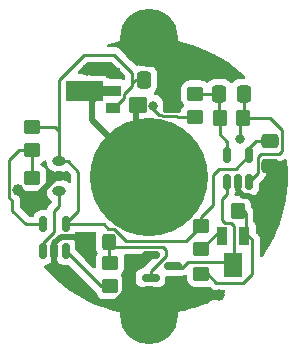
<source format=gbl>
%TF.GenerationSoftware,KiCad,Pcbnew,(6.0.1)*%
%TF.CreationDate,2024-02-25T12:41:37+01:00*%
%TF.ProjectId,Lin1,4c696e31-2e6b-4696-9361-645f70636258,rev?*%
%TF.SameCoordinates,Original*%
%TF.FileFunction,Copper,L2,Bot*%
%TF.FilePolarity,Positive*%
%FSLAX46Y46*%
G04 Gerber Fmt 4.6, Leading zero omitted, Abs format (unit mm)*
G04 Created by KiCad (PCBNEW (6.0.1)) date 2024-02-25 12:41:37*
%MOMM*%
%LPD*%
G01*
G04 APERTURE LIST*
G04 Aperture macros list*
%AMRoundRect*
0 Rectangle with rounded corners*
0 $1 Rounding radius*
0 $2 $3 $4 $5 $6 $7 $8 $9 X,Y pos of 4 corners*
0 Add a 4 corners polygon primitive as box body*
4,1,4,$2,$3,$4,$5,$6,$7,$8,$9,$2,$3,0*
0 Add four circle primitives for the rounded corners*
1,1,$1+$1,$2,$3*
1,1,$1+$1,$4,$5*
1,1,$1+$1,$6,$7*
1,1,$1+$1,$8,$9*
0 Add four rect primitives between the rounded corners*
20,1,$1+$1,$2,$3,$4,$5,0*
20,1,$1+$1,$4,$5,$6,$7,0*
20,1,$1+$1,$6,$7,$8,$9,0*
20,1,$1+$1,$8,$9,$2,$3,0*%
%AMFreePoly0*
4,1,9,3.862500,-0.866500,0.737500,-0.866500,0.737500,-0.450000,-0.737500,-0.450000,-0.737500,0.450000,0.737500,0.450000,0.737500,0.866500,3.862500,0.866500,3.862500,-0.866500,3.862500,-0.866500,$1*%
G04 Aperture macros list end*
%TA.AperFunction,ComponentPad*%
%ADD10C,4.940000*%
%TD*%
%TA.AperFunction,SMDPad,CuDef*%
%ADD11RoundRect,0.250000X-0.537500X-0.425000X0.537500X-0.425000X0.537500X0.425000X-0.537500X0.425000X0*%
%TD*%
%TA.AperFunction,SMDPad,CuDef*%
%ADD12RoundRect,0.250000X0.450000X-0.350000X0.450000X0.350000X-0.450000X0.350000X-0.450000X-0.350000X0*%
%TD*%
%TA.AperFunction,SMDPad,CuDef*%
%ADD13RoundRect,0.250000X0.325000X0.450000X-0.325000X0.450000X-0.325000X-0.450000X0.325000X-0.450000X0*%
%TD*%
%TA.AperFunction,SMDPad,CuDef*%
%ADD14C,10.000000*%
%TD*%
%TA.AperFunction,SMDPad,CuDef*%
%ADD15RoundRect,0.250000X-0.450000X0.350000X-0.450000X-0.350000X0.450000X-0.350000X0.450000X0.350000X0*%
%TD*%
%TA.AperFunction,ComponentPad*%
%ADD16O,1.143000X0.857250*%
%TD*%
%TA.AperFunction,SMDPad,CuDef*%
%ADD17RoundRect,0.150000X-0.587500X-0.150000X0.587500X-0.150000X0.587500X0.150000X-0.587500X0.150000X0*%
%TD*%
%TA.AperFunction,SMDPad,CuDef*%
%ADD18RoundRect,0.250000X-0.350000X-0.450000X0.350000X-0.450000X0.350000X0.450000X-0.350000X0.450000X0*%
%TD*%
%TA.AperFunction,SMDPad,CuDef*%
%ADD19RoundRect,0.250000X0.475000X-0.337500X0.475000X0.337500X-0.475000X0.337500X-0.475000X-0.337500X0*%
%TD*%
%TA.AperFunction,SMDPad,CuDef*%
%ADD20RoundRect,0.150000X0.150000X-0.512500X0.150000X0.512500X-0.150000X0.512500X-0.150000X-0.512500X0*%
%TD*%
%TA.AperFunction,SMDPad,CuDef*%
%ADD21RoundRect,0.250000X0.337500X0.475000X-0.337500X0.475000X-0.337500X-0.475000X0.337500X-0.475000X0*%
%TD*%
%TA.AperFunction,SMDPad,CuDef*%
%ADD22R,1.300000X0.900000*%
%TD*%
%TA.AperFunction,SMDPad,CuDef*%
%ADD23FreePoly0,180.000000*%
%TD*%
%TA.AperFunction,SMDPad,CuDef*%
%ADD24RoundRect,0.250000X-0.337500X-0.475000X0.337500X-0.475000X0.337500X0.475000X-0.337500X0.475000X0*%
%TD*%
%TA.AperFunction,SMDPad,CuDef*%
%ADD25RoundRect,0.250000X0.350000X0.450000X-0.350000X0.450000X-0.350000X-0.450000X0.350000X-0.450000X0*%
%TD*%
%TA.AperFunction,SMDPad,CuDef*%
%ADD26R,0.939800X1.549400*%
%TD*%
%TA.AperFunction,SMDPad,CuDef*%
%ADD27R,1.498600X2.133600*%
%TD*%
%TA.AperFunction,ViaPad*%
%ADD28C,1.000000*%
%TD*%
%TA.AperFunction,ViaPad*%
%ADD29C,0.800000*%
%TD*%
%TA.AperFunction,Conductor*%
%ADD30C,0.500000*%
%TD*%
%TA.AperFunction,Conductor*%
%ADD31C,0.250000*%
%TD*%
G04 APERTURE END LIST*
D10*
X150000000Y-111750000D03*
X150000000Y-88250000D03*
D11*
X149025000Y-93900000D03*
X151900000Y-93900000D03*
D12*
X146700000Y-109300000D03*
X146700000Y-107300000D03*
D13*
X146567000Y-105500000D03*
X144517000Y-105500000D03*
D14*
X150000000Y-100000000D03*
D15*
X140100000Y-95774000D03*
X140100000Y-97774000D03*
D16*
X142400000Y-98700000D03*
X142400000Y-99970000D03*
X142400000Y-101240000D03*
D15*
X154432000Y-104156000D03*
X154432000Y-106156000D03*
D17*
X150125000Y-108550000D03*
X150125000Y-106650000D03*
X152000000Y-107600000D03*
D18*
X157496000Y-102870000D03*
X159496000Y-102870000D03*
D19*
X160274000Y-99081500D03*
X160274000Y-97006500D03*
D20*
X158496000Y-100451500D03*
X157546000Y-100451500D03*
X156596000Y-100451500D03*
X156596000Y-98176500D03*
X158496000Y-98176500D03*
X142936000Y-106293500D03*
X141986000Y-106293500D03*
X141036000Y-106293500D03*
X141036000Y-104018500D03*
X142936000Y-104018500D03*
D21*
X158009500Y-92964000D03*
X155934500Y-92964000D03*
D22*
X146938000Y-91210000D03*
D23*
X146850500Y-92710000D03*
D22*
X146938000Y-94210000D03*
D15*
X154432000Y-108220000D03*
X154432000Y-110220000D03*
D24*
X149584500Y-91800000D03*
X151659500Y-91800000D03*
D25*
X157972000Y-94996000D03*
X155972000Y-94996000D03*
D26*
X156150000Y-104995700D03*
D27*
X157100000Y-107472200D03*
D26*
X158050000Y-104995700D03*
D15*
X153924000Y-92964000D03*
X153924000Y-94964000D03*
X140100000Y-100092000D03*
X140100000Y-102092000D03*
D28*
X155956000Y-109982000D03*
X138938000Y-101092000D03*
X144780000Y-90932000D03*
X154178000Y-90170000D03*
X143100000Y-108300000D03*
X160600000Y-100700000D03*
X150047000Y-104444000D03*
D29*
X150368000Y-93980000D03*
X157734000Y-96774000D03*
D30*
X157546000Y-101158000D02*
X157546000Y-100451500D01*
X144117000Y-105100000D02*
X144517000Y-105500000D01*
X152548000Y-91800000D02*
X154178000Y-90170000D01*
X141986000Y-107586000D02*
X142700000Y-108300000D01*
X138938000Y-101092000D02*
X139100000Y-101092000D01*
X154432000Y-110220000D02*
X155718000Y-110220000D01*
X150125000Y-106750000D02*
X149450000Y-106750000D01*
X159496000Y-102600000D02*
X158496000Y-101600000D01*
X151659500Y-91440000D02*
X151659500Y-93580000D01*
X154432000Y-110220000D02*
X152030000Y-110220000D01*
X152030000Y-110220000D02*
X150000000Y-112250000D01*
X142700000Y-108300000D02*
X143100000Y-108300000D01*
X160600000Y-100700000D02*
X160600000Y-100656000D01*
X157988000Y-101600000D02*
X157546000Y-101158000D01*
X160274000Y-100330000D02*
X160274000Y-99081500D01*
X160274000Y-101838000D02*
X159496000Y-102616000D01*
X150000000Y-112250000D02*
X150000000Y-111800000D01*
X141986000Y-106293500D02*
X141986000Y-105614000D01*
X159496000Y-102870000D02*
X159496000Y-102600000D01*
X151659500Y-93580000D02*
X151805500Y-93726000D01*
X141986000Y-105614000D02*
X142500000Y-105100000D01*
X148000000Y-109800000D02*
X147200000Y-110600000D01*
X141986000Y-106293500D02*
X141986000Y-107586000D01*
X144780000Y-90932000D02*
X145058000Y-91210000D01*
X145400000Y-110600000D02*
X143142000Y-108342000D01*
X158496000Y-101600000D02*
X157988000Y-101600000D01*
X149450000Y-106750000D02*
X148000000Y-108200000D01*
X139100000Y-101092000D02*
X140100000Y-102092000D01*
X148000000Y-108200000D02*
X148000000Y-109800000D01*
X142400000Y-99970000D02*
X142076000Y-99970000D01*
X142500000Y-105100000D02*
X144117000Y-105100000D01*
X145058000Y-91210000D02*
X146938000Y-91210000D01*
X142222000Y-99970000D02*
X140100000Y-102092000D01*
X160600000Y-100656000D02*
X160274000Y-100330000D01*
X142400000Y-99970000D02*
X142222000Y-99970000D01*
X151659500Y-91800000D02*
X152548000Y-91800000D01*
X147200000Y-110600000D02*
X145400000Y-110600000D01*
X160274000Y-99081500D02*
X160274000Y-101838000D01*
X150000000Y-111800000D02*
X148000000Y-109800000D01*
X155718000Y-110220000D02*
X155956000Y-109982000D01*
X146850500Y-92710000D02*
X146090000Y-92710000D01*
X148930500Y-98930500D02*
X150000000Y-100000000D01*
X145200000Y-95200000D02*
X150000000Y-100000000D01*
X148930500Y-93726000D02*
X148930500Y-98930500D01*
X145200000Y-93600000D02*
X145200000Y-95200000D01*
X146090000Y-92710000D02*
X145200000Y-93600000D01*
D31*
X150876000Y-94742000D02*
X151042000Y-94742000D01*
X151042000Y-94742000D02*
X151150000Y-94850000D01*
X151150000Y-94850000D02*
X152318000Y-94850000D01*
X150368000Y-94234000D02*
X150876000Y-94742000D01*
X152318000Y-94850000D02*
X152432000Y-94964000D01*
X152432000Y-94964000D02*
X153924000Y-94964000D01*
X159025500Y-97006500D02*
X158496000Y-97536000D01*
X147066000Y-104394000D02*
X147828000Y-105156000D01*
X148590000Y-91186000D02*
X147066000Y-89662000D01*
X153162000Y-105410000D02*
X148082000Y-105410000D01*
X142400000Y-96172000D02*
X142400000Y-91788000D01*
X142002000Y-95774000D02*
X142400000Y-96172000D01*
X147900000Y-93000000D02*
X147900000Y-93300000D01*
X146558000Y-104394000D02*
X147066000Y-104394000D01*
X154432000Y-104156000D02*
X154416000Y-104156000D01*
X146990000Y-94210000D02*
X146938000Y-94210000D01*
X146182500Y-104018500D02*
X146558000Y-104394000D01*
X155956000Y-99314000D02*
X155448000Y-99822000D01*
X147900000Y-93300000D02*
X146990000Y-94210000D01*
X148900000Y-91800000D02*
X148590000Y-92110000D01*
X154432000Y-103378000D02*
X154432000Y-104156000D01*
X147066000Y-89662000D02*
X144526000Y-89662000D01*
X149584500Y-91800000D02*
X148900000Y-91800000D01*
X140100000Y-95774000D02*
X142002000Y-95774000D01*
X158496000Y-97536000D02*
X158496000Y-98176500D01*
X142400000Y-96172000D02*
X142400000Y-98700000D01*
X160274000Y-97006500D02*
X159025500Y-97006500D01*
X155448000Y-102362000D02*
X154432000Y-103378000D01*
X155448000Y-99822000D02*
X155448000Y-102362000D01*
X144018000Y-102870000D02*
X144018000Y-99568000D01*
X148590000Y-92110000D02*
X148590000Y-92310000D01*
X144018000Y-99568000D02*
X143150000Y-98700000D01*
X154416000Y-104156000D02*
X153162000Y-105410000D01*
X143150000Y-98700000D02*
X142400000Y-98700000D01*
X144526000Y-89662000D02*
X142494000Y-91694000D01*
X142936000Y-104018500D02*
X146182500Y-104018500D01*
X148082000Y-105410000D02*
X147828000Y-105156000D01*
X142936000Y-104018500D02*
X142936000Y-103952000D01*
X148590000Y-92310000D02*
X147900000Y-93000000D01*
X142400000Y-91788000D02*
X142494000Y-91694000D01*
X142936000Y-103952000D02*
X144018000Y-102870000D01*
X148590000Y-91186000D02*
X148590000Y-92110000D01*
X158496000Y-98176500D02*
X157358500Y-99314000D01*
X157358500Y-99314000D02*
X155956000Y-99314000D01*
X156210000Y-101854000D02*
X156210000Y-103632000D01*
X152800000Y-107700000D02*
X153300000Y-107200000D01*
X156972000Y-103886000D02*
X157226000Y-104140000D01*
X156596000Y-100451500D02*
X156596000Y-101468000D01*
X157226000Y-104140000D02*
X157226000Y-107472200D01*
X156596000Y-101468000D02*
X156210000Y-101854000D01*
X153300000Y-107200000D02*
X156827800Y-107200000D01*
X156827800Y-107200000D02*
X157100000Y-107472200D01*
X156210000Y-103632000D02*
X156464000Y-103886000D01*
X152000000Y-107700000D02*
X152800000Y-107700000D01*
X156464000Y-103886000D02*
X156972000Y-103886000D01*
X159258000Y-99689500D02*
X158496000Y-100451500D01*
X159512000Y-98044000D02*
X159258000Y-98298000D01*
X159258000Y-98298000D02*
X159258000Y-99689500D01*
X157972000Y-94996000D02*
X157734000Y-95234000D01*
X160274000Y-94996000D02*
X161290000Y-96012000D01*
X161290000Y-97790000D02*
X161036000Y-98044000D01*
X158009500Y-92964000D02*
X158009500Y-94958500D01*
X157972000Y-94996000D02*
X160274000Y-94996000D01*
X161036000Y-98044000D02*
X159512000Y-98044000D01*
X157734000Y-95234000D02*
X157734000Y-96774000D01*
X161290000Y-96012000D02*
X161290000Y-97790000D01*
X155934500Y-94958500D02*
X155972000Y-94996000D01*
X155934500Y-92964000D02*
X155934500Y-94958500D01*
X156596000Y-97039000D02*
X156596000Y-98176500D01*
X155972000Y-96415000D02*
X156596000Y-97039000D01*
X155934500Y-92964000D02*
X153924000Y-92964000D01*
X155972000Y-94996000D02*
X155972000Y-96415000D01*
X138100000Y-98628000D02*
X138954000Y-97774000D01*
X138954000Y-97774000D02*
X140100000Y-97774000D01*
X138430000Y-102870000D02*
X138430000Y-102030000D01*
X138430000Y-102030000D02*
X138100000Y-101700000D01*
X141036000Y-104018500D02*
X139578500Y-104018500D01*
X140100000Y-100092000D02*
X140100000Y-97774000D01*
X139578500Y-104018500D02*
X138430000Y-102870000D01*
X138100000Y-101700000D02*
X138100000Y-98628000D01*
X147017000Y-105950000D02*
X151150000Y-105950000D01*
X151400000Y-106750000D02*
X150125000Y-108025000D01*
X146567000Y-105500000D02*
X147017000Y-105950000D01*
X146567000Y-107167000D02*
X146700000Y-107300000D01*
X151150000Y-105950000D02*
X151400000Y-106200000D01*
X146567000Y-105500000D02*
X146567000Y-107167000D01*
X151400000Y-106200000D02*
X151400000Y-106750000D01*
X150125000Y-108025000D02*
X150125000Y-108650000D01*
X157988000Y-108966000D02*
X158750000Y-108204000D01*
X155702000Y-108966000D02*
X157988000Y-108966000D01*
X158750000Y-105361700D02*
X158176000Y-104787700D01*
X158750000Y-108204000D02*
X158750000Y-105361700D01*
X157496000Y-102362000D02*
X158176000Y-103042000D01*
X158176000Y-103042000D02*
X158176000Y-104787700D01*
X154956000Y-108220000D02*
X155702000Y-108966000D01*
X158176000Y-104968000D02*
X158176000Y-104787700D01*
X154432000Y-108220000D02*
X154956000Y-108220000D01*
X141986000Y-102870000D02*
X141986000Y-104648000D01*
X141036000Y-105598000D02*
X141036000Y-106293500D01*
X141986000Y-104648000D02*
X141036000Y-105598000D01*
X142400000Y-102456000D02*
X141986000Y-102870000D01*
X142400000Y-101240000D02*
X142400000Y-102456000D01*
X156276000Y-104787700D02*
X155800300Y-104787700D01*
X155800300Y-104787700D02*
X154432000Y-106156000D01*
X145942500Y-109300000D02*
X146700000Y-109300000D01*
X142936000Y-106293500D02*
X145942500Y-109300000D01*
%TA.AperFunction,Conductor*%
G36*
X142045855Y-105588216D02*
G01*
X142102691Y-105630763D01*
X142127502Y-105697283D01*
X142127726Y-105711216D01*
X142127694Y-105712035D01*
X142127500Y-105714498D01*
X142127500Y-106872502D01*
X142127693Y-106874950D01*
X142127693Y-106874958D01*
X142129890Y-106902866D01*
X142130438Y-106909831D01*
X142176855Y-107069601D01*
X142180892Y-107076427D01*
X142257509Y-107205980D01*
X142257511Y-107205983D01*
X142261547Y-107212807D01*
X142379193Y-107330453D01*
X142386017Y-107334489D01*
X142386020Y-107334491D01*
X142493589Y-107398107D01*
X142522399Y-107415145D01*
X142530010Y-107417356D01*
X142530012Y-107417357D01*
X142582231Y-107432528D01*
X142682169Y-107461562D01*
X142688574Y-107462066D01*
X142688579Y-107462067D01*
X142717042Y-107464307D01*
X142717050Y-107464307D01*
X142719498Y-107464500D01*
X143152502Y-107464500D01*
X143153868Y-107464392D01*
X143222573Y-107481668D01*
X143247759Y-107501163D01*
X145438848Y-109692253D01*
X145446386Y-109700536D01*
X145450500Y-109707018D01*
X145456280Y-109712445D01*
X145456281Y-109712447D01*
X145462458Y-109718247D01*
X145498424Y-109779459D01*
X145501533Y-109797097D01*
X145502474Y-109806166D01*
X145558450Y-109973946D01*
X145651522Y-110124348D01*
X145776697Y-110249305D01*
X145782927Y-110253145D01*
X145782928Y-110253146D01*
X145920090Y-110337694D01*
X145927262Y-110342115D01*
X145991962Y-110363575D01*
X146088611Y-110395632D01*
X146088613Y-110395632D01*
X146095139Y-110397797D01*
X146101975Y-110398497D01*
X146101978Y-110398498D01*
X146145031Y-110402909D01*
X146199600Y-110408500D01*
X147200400Y-110408500D01*
X147203646Y-110408163D01*
X147203650Y-110408163D01*
X147299308Y-110398238D01*
X147299312Y-110398237D01*
X147306166Y-110397526D01*
X147312702Y-110395345D01*
X147312704Y-110395345D01*
X147444806Y-110351272D01*
X147473946Y-110341550D01*
X147624348Y-110248478D01*
X147749305Y-110123303D01*
X147842115Y-109972738D01*
X147897797Y-109804861D01*
X147898593Y-109797097D01*
X147906671Y-109718247D01*
X147908500Y-109700400D01*
X147908500Y-108899600D01*
X147908163Y-108896350D01*
X147898238Y-108800692D01*
X147898237Y-108800688D01*
X147897526Y-108793834D01*
X147888408Y-108766502D01*
X147843868Y-108633002D01*
X147841550Y-108626054D01*
X147748478Y-108475652D01*
X147661891Y-108389216D01*
X147627812Y-108326934D01*
X147632815Y-108256114D01*
X147661736Y-108211025D01*
X147744134Y-108128483D01*
X147749305Y-108123303D01*
X147766822Y-108094886D01*
X147838275Y-107978968D01*
X147838276Y-107978966D01*
X147842115Y-107972738D01*
X147897797Y-107804861D01*
X147898819Y-107794892D01*
X147904647Y-107738001D01*
X147908500Y-107700400D01*
X147908500Y-106899600D01*
X147905943Y-106874958D01*
X147898238Y-106800692D01*
X147898237Y-106800688D01*
X147897526Y-106793834D01*
X147895345Y-106787297D01*
X147895344Y-106787292D01*
X147882694Y-106749375D01*
X147880110Y-106678426D01*
X147916294Y-106617342D01*
X147979759Y-106585518D01*
X148002218Y-106583500D01*
X150366405Y-106583500D01*
X150434526Y-106603502D01*
X150481019Y-106657158D01*
X150491123Y-106727432D01*
X150461629Y-106792012D01*
X150455500Y-106798595D01*
X149732747Y-107521348D01*
X149724461Y-107528888D01*
X149717982Y-107533000D01*
X149712557Y-107538777D01*
X149671357Y-107582651D01*
X149668602Y-107585493D01*
X149648865Y-107605230D01*
X149646385Y-107608427D01*
X149638682Y-107617447D01*
X149608414Y-107649679D01*
X149604595Y-107656625D01*
X149604593Y-107656628D01*
X149598652Y-107667434D01*
X149587802Y-107683951D01*
X149581000Y-107692721D01*
X149523446Y-107734291D01*
X149481437Y-107741500D01*
X149470998Y-107741500D01*
X149468550Y-107741693D01*
X149468542Y-107741693D01*
X149440079Y-107743933D01*
X149440074Y-107743934D01*
X149433669Y-107744438D01*
X149367988Y-107763520D01*
X149281512Y-107788643D01*
X149281510Y-107788644D01*
X149273899Y-107790855D01*
X149267072Y-107794892D01*
X149267073Y-107794892D01*
X149137520Y-107871509D01*
X149137517Y-107871511D01*
X149130693Y-107875547D01*
X149013047Y-107993193D01*
X149009011Y-108000017D01*
X149009009Y-108000020D01*
X149003938Y-108008595D01*
X148928355Y-108136399D01*
X148881938Y-108296169D01*
X148881434Y-108302574D01*
X148881433Y-108302579D01*
X148879193Y-108331042D01*
X148879000Y-108333498D01*
X148879000Y-108766502D01*
X148879193Y-108768950D01*
X148879193Y-108768958D01*
X148880637Y-108787296D01*
X148881938Y-108803831D01*
X148928355Y-108963601D01*
X148932392Y-108970427D01*
X149009009Y-109099980D01*
X149009011Y-109099983D01*
X149013047Y-109106807D01*
X149130693Y-109224453D01*
X149137517Y-109228489D01*
X149137520Y-109228491D01*
X149245089Y-109292107D01*
X149273899Y-109309145D01*
X149281510Y-109311356D01*
X149281512Y-109311357D01*
X149333731Y-109326528D01*
X149433669Y-109355562D01*
X149440074Y-109356066D01*
X149440079Y-109356067D01*
X149468542Y-109358307D01*
X149468550Y-109358307D01*
X149470998Y-109358500D01*
X150779002Y-109358500D01*
X150781450Y-109358307D01*
X150781458Y-109358307D01*
X150809921Y-109356067D01*
X150809926Y-109356066D01*
X150816331Y-109355562D01*
X150916269Y-109326528D01*
X150968488Y-109311357D01*
X150968490Y-109311356D01*
X150976101Y-109309145D01*
X151004911Y-109292107D01*
X151112480Y-109228491D01*
X151112483Y-109228489D01*
X151119307Y-109224453D01*
X151236953Y-109106807D01*
X151240989Y-109099983D01*
X151240991Y-109099980D01*
X151317608Y-108970427D01*
X151321645Y-108963601D01*
X151368062Y-108803831D01*
X151369364Y-108787296D01*
X151370807Y-108768958D01*
X151370807Y-108768950D01*
X151371000Y-108766502D01*
X151371000Y-108534500D01*
X151391002Y-108466379D01*
X151444658Y-108419886D01*
X151497000Y-108408500D01*
X152654002Y-108408500D01*
X152656450Y-108408307D01*
X152656458Y-108408307D01*
X152684921Y-108406067D01*
X152684926Y-108406066D01*
X152691331Y-108405562D01*
X152791269Y-108376528D01*
X152843488Y-108361357D01*
X152843490Y-108361356D01*
X152851101Y-108359145D01*
X152884920Y-108339144D01*
X152913906Y-108326601D01*
X152919348Y-108325020D01*
X152938700Y-108321013D01*
X152950930Y-108319468D01*
X152950931Y-108319468D01*
X152958797Y-108318474D01*
X152966168Y-108315555D01*
X152966170Y-108315555D01*
X152999912Y-108302196D01*
X153011142Y-108298351D01*
X153045979Y-108288230D01*
X153053592Y-108286018D01*
X153053821Y-108286805D01*
X153117917Y-108278891D01*
X153181896Y-108309667D01*
X153219080Y-108370147D01*
X153223500Y-108403226D01*
X153223500Y-108620400D01*
X153223837Y-108623646D01*
X153223837Y-108623650D01*
X153224808Y-108633002D01*
X153234474Y-108726166D01*
X153236655Y-108732702D01*
X153236655Y-108732704D01*
X153272508Y-108840167D01*
X153290450Y-108893946D01*
X153383522Y-109044348D01*
X153508697Y-109169305D01*
X153514927Y-109173145D01*
X153514928Y-109173146D01*
X153589064Y-109218844D01*
X153659262Y-109262115D01*
X153710157Y-109278996D01*
X153820611Y-109315632D01*
X153820613Y-109315632D01*
X153827139Y-109317797D01*
X153833975Y-109318497D01*
X153833978Y-109318498D01*
X153877031Y-109322909D01*
X153931600Y-109328500D01*
X154932400Y-109328500D01*
X154935646Y-109328163D01*
X154935650Y-109328163D01*
X154965583Y-109325057D01*
X155038166Y-109317526D01*
X155053845Y-109312295D01*
X155124791Y-109309707D01*
X155182818Y-109342722D01*
X155198343Y-109358247D01*
X155205887Y-109366537D01*
X155210000Y-109373018D01*
X155215777Y-109378443D01*
X155259667Y-109419658D01*
X155262509Y-109422413D01*
X155282230Y-109442134D01*
X155285425Y-109444612D01*
X155294447Y-109452318D01*
X155326679Y-109482586D01*
X155333628Y-109486406D01*
X155344432Y-109492346D01*
X155360956Y-109503199D01*
X155376959Y-109515613D01*
X155417543Y-109533176D01*
X155428173Y-109538383D01*
X155466940Y-109559695D01*
X155474617Y-109561666D01*
X155474622Y-109561668D01*
X155486558Y-109564732D01*
X155505266Y-109571137D01*
X155523855Y-109579181D01*
X155531683Y-109580421D01*
X155531690Y-109580423D01*
X155567524Y-109586099D01*
X155579144Y-109588505D01*
X155614289Y-109597528D01*
X155621970Y-109599500D01*
X155642224Y-109599500D01*
X155661934Y-109601051D01*
X155681943Y-109604220D01*
X155689835Y-109603474D01*
X155725961Y-109600059D01*
X155737819Y-109599500D01*
X156343280Y-109599500D01*
X156411401Y-109619502D01*
X156457894Y-109673158D01*
X156467998Y-109743432D01*
X156438504Y-109808012D01*
X156411750Y-109831273D01*
X156100579Y-110032702D01*
X156094469Y-110036415D01*
X155952799Y-110117072D01*
X155519827Y-110363575D01*
X155513496Y-110366944D01*
X155229052Y-110508095D01*
X154921188Y-110660867D01*
X154914693Y-110663863D01*
X154306598Y-110923617D01*
X154299953Y-110926234D01*
X154105455Y-110996520D01*
X153678076Y-111150961D01*
X153671264Y-111153206D01*
X153354434Y-111247696D01*
X153037596Y-111342187D01*
X153030683Y-111344036D01*
X152787310Y-111401766D01*
X152427634Y-111487083D01*
X152404851Y-111490327D01*
X152397876Y-111490676D01*
X152397868Y-111490678D01*
X152388905Y-111491126D01*
X152366447Y-111498930D01*
X152347683Y-111503868D01*
X152333132Y-111506519D01*
X152333128Y-111506520D01*
X152324305Y-111508128D01*
X152316286Y-111512148D01*
X152316283Y-111512149D01*
X152296219Y-111522207D01*
X152281117Y-111528585D01*
X152259930Y-111535948D01*
X152259928Y-111535949D01*
X152251454Y-111538894D01*
X152244144Y-111544101D01*
X152232106Y-111552676D01*
X152215471Y-111562689D01*
X152202246Y-111569319D01*
X152202245Y-111569320D01*
X152194222Y-111573342D01*
X152187654Y-111579451D01*
X152187648Y-111579455D01*
X152171214Y-111594741D01*
X152158515Y-111605096D01*
X152132935Y-111623318D01*
X152118231Y-111641979D01*
X152105079Y-111656255D01*
X152087672Y-111672445D01*
X152083080Y-111680156D01*
X152071594Y-111699443D01*
X152062307Y-111712953D01*
X152042875Y-111737615D01*
X152039523Y-111745937D01*
X152039521Y-111745941D01*
X152033999Y-111759651D01*
X152025386Y-111777037D01*
X152013218Y-111797470D01*
X152010974Y-111806164D01*
X152005365Y-111827893D01*
X152000242Y-111843471D01*
X151988513Y-111872593D01*
X151987632Y-111881525D01*
X151986180Y-111896233D01*
X151982790Y-111915349D01*
X151979602Y-111927700D01*
X151976849Y-111938366D01*
X151977135Y-111947335D01*
X151977135Y-111947336D01*
X151977363Y-111954485D01*
X151975714Y-111979208D01*
X151939011Y-112199504D01*
X151935135Y-112215909D01*
X151861661Y-112454297D01*
X151855631Y-112470035D01*
X151755482Y-112686774D01*
X151750995Y-112696484D01*
X151742917Y-112711278D01*
X151608990Y-112921737D01*
X151599013Y-112935315D01*
X151438185Y-113126024D01*
X151426502Y-113138132D01*
X151270764Y-113279287D01*
X151241664Y-113305662D01*
X151228446Y-113316121D01*
X151022901Y-113457481D01*
X151008411Y-113466078D01*
X150785849Y-113578730D01*
X150770335Y-113585320D01*
X150534718Y-113667261D01*
X150518463Y-113671720D01*
X150274027Y-113721478D01*
X150257323Y-113723728D01*
X150008428Y-113740413D01*
X149991572Y-113740413D01*
X149742677Y-113723728D01*
X149725973Y-113721478D01*
X149481537Y-113671720D01*
X149465282Y-113667261D01*
X149229665Y-113585320D01*
X149214151Y-113578730D01*
X148991589Y-113466078D01*
X148977099Y-113457481D01*
X148771554Y-113316121D01*
X148758336Y-113305662D01*
X148729236Y-113279287D01*
X148573498Y-113138132D01*
X148561815Y-113126024D01*
X148400987Y-112935315D01*
X148391010Y-112921737D01*
X148257083Y-112711278D01*
X148249005Y-112696484D01*
X148244519Y-112686774D01*
X148144369Y-112470035D01*
X148138339Y-112454297D01*
X148064865Y-112215909D01*
X148060989Y-112199504D01*
X148051032Y-112139736D01*
X148025463Y-111986269D01*
X148024276Y-111964471D01*
X148023875Y-111959811D01*
X148024380Y-111950846D01*
X148022350Y-111942106D01*
X148022350Y-111942102D01*
X148019005Y-111927700D01*
X148016083Y-111908508D01*
X148014990Y-111893760D01*
X148014327Y-111884808D01*
X148003311Y-111855400D01*
X147998569Y-111839701D01*
X147993494Y-111817849D01*
X147991463Y-111809104D01*
X147979807Y-111788395D01*
X147971614Y-111770789D01*
X147966430Y-111756949D01*
X147966429Y-111756948D01*
X147963280Y-111748541D01*
X147944451Y-111723406D01*
X147935494Y-111709668D01*
X147933712Y-111706501D01*
X147920088Y-111682297D01*
X147910002Y-111672445D01*
X147903086Y-111665689D01*
X147890285Y-111651096D01*
X147883452Y-111641975D01*
X147876039Y-111632079D01*
X147850907Y-111613235D01*
X147838457Y-111602565D01*
X147822415Y-111586896D01*
X147822413Y-111586894D01*
X147815989Y-111580620D01*
X147795016Y-111569457D01*
X147778629Y-111559039D01*
X147766797Y-111550167D01*
X147766798Y-111550167D01*
X147759617Y-111544783D01*
X147751218Y-111541632D01*
X147751216Y-111541631D01*
X147730202Y-111533748D01*
X147715266Y-111527006D01*
X147687539Y-111512247D01*
X147664277Y-111507418D01*
X147645625Y-111502019D01*
X147637383Y-111498927D01*
X147623375Y-111493672D01*
X147614424Y-111493005D01*
X147614420Y-111493004D01*
X147599481Y-111491891D01*
X147579765Y-111488838D01*
X147548033Y-111481311D01*
X146969318Y-111344035D01*
X146962401Y-111342185D01*
X146328740Y-111153206D01*
X146328737Y-111153205D01*
X146321925Y-111150960D01*
X145700057Y-110926236D01*
X145693392Y-110923611D01*
X145085285Y-110663853D01*
X145078824Y-110660873D01*
X144762762Y-110504032D01*
X144486505Y-110366944D01*
X144480174Y-110363575D01*
X144047202Y-110117072D01*
X143905532Y-110036415D01*
X143899422Y-110032702D01*
X143344321Y-109673371D01*
X143338440Y-109669322D01*
X142989771Y-109414340D01*
X142804697Y-109278996D01*
X142799030Y-109274599D01*
X142429250Y-108970427D01*
X142288360Y-108854534D01*
X142282962Y-108849829D01*
X141797032Y-108401396D01*
X141791902Y-108396384D01*
X141332269Y-107921023D01*
X141327464Y-107915763D01*
X141117922Y-107672785D01*
X141088583Y-107608138D01*
X141098852Y-107537888D01*
X141145471Y-107484342D01*
X141213342Y-107464500D01*
X141252502Y-107464500D01*
X141254950Y-107464307D01*
X141254958Y-107464307D01*
X141283421Y-107462067D01*
X141283426Y-107462066D01*
X141289831Y-107461562D01*
X141389769Y-107432528D01*
X141441988Y-107417357D01*
X141441990Y-107417356D01*
X141449601Y-107415145D01*
X141478411Y-107398107D01*
X141585980Y-107334491D01*
X141585983Y-107334489D01*
X141592807Y-107330453D01*
X141710453Y-107212807D01*
X141714489Y-107205983D01*
X141714491Y-107205980D01*
X141791108Y-107076427D01*
X141795145Y-107069601D01*
X141841562Y-106909831D01*
X141842111Y-106902866D01*
X141844307Y-106874958D01*
X141844307Y-106874950D01*
X141844500Y-106872502D01*
X141844500Y-105737595D01*
X141864502Y-105669474D01*
X141881405Y-105648500D01*
X141912728Y-105617177D01*
X141975040Y-105583151D01*
X142045855Y-105588216D01*
G37*
%TD.AperFunction*%
%TA.AperFunction,Conductor*%
G36*
X145468427Y-104672002D02*
G01*
X145514920Y-104725658D01*
X145525024Y-104795932D01*
X145519899Y-104817667D01*
X145494203Y-104895139D01*
X145483500Y-104999600D01*
X145483500Y-106000400D01*
X145483837Y-106003646D01*
X145483837Y-106003650D01*
X145486338Y-106027750D01*
X145494474Y-106106166D01*
X145496655Y-106112702D01*
X145496655Y-106112704D01*
X145527813Y-106206095D01*
X145550450Y-106273946D01*
X145584889Y-106329598D01*
X145622331Y-106390104D01*
X145641169Y-106458556D01*
X145622447Y-106522523D01*
X145586077Y-106581526D01*
X145557885Y-106627262D01*
X145551965Y-106645110D01*
X145504806Y-106787292D01*
X145502203Y-106795139D01*
X145501503Y-106801975D01*
X145501502Y-106801978D01*
X145497091Y-106845031D01*
X145491500Y-106899600D01*
X145491500Y-107648906D01*
X145471498Y-107717027D01*
X145417842Y-107763520D01*
X145347568Y-107773624D01*
X145282988Y-107744130D01*
X145276405Y-107738001D01*
X144614832Y-107076427D01*
X143781405Y-106243000D01*
X143747379Y-106180688D01*
X143744500Y-106153905D01*
X143744500Y-105714498D01*
X143743145Y-105697283D01*
X143742067Y-105683579D01*
X143742066Y-105683574D01*
X143741562Y-105677169D01*
X143695145Y-105517399D01*
X143628207Y-105404213D01*
X143614491Y-105381020D01*
X143614489Y-105381017D01*
X143610453Y-105374193D01*
X143492807Y-105256547D01*
X143488998Y-105254294D01*
X143448345Y-105198004D01*
X143444494Y-105127112D01*
X143479582Y-105065391D01*
X143487276Y-105058724D01*
X143492807Y-105055453D01*
X143610453Y-104937807D01*
X143614489Y-104930983D01*
X143614491Y-104930980D01*
X143691108Y-104801427D01*
X143695145Y-104794601D01*
X143710181Y-104742847D01*
X143748394Y-104683011D01*
X143812890Y-104653334D01*
X143831178Y-104652000D01*
X145400306Y-104652000D01*
X145468427Y-104672002D01*
G37*
%TD.AperFunction*%
%TA.AperFunction,Conductor*%
G36*
X161594356Y-98512414D02*
G01*
X161643840Y-98563324D01*
X161657132Y-98604259D01*
X161659346Y-98619707D01*
X161664444Y-98655280D01*
X161665457Y-98662351D01*
X161666271Y-98669473D01*
X161684907Y-98887167D01*
X161722670Y-99328298D01*
X161723078Y-99335459D01*
X161731170Y-99619656D01*
X161740190Y-99936412D01*
X161741898Y-99996414D01*
X161741898Y-100003582D01*
X161738246Y-100131849D01*
X161723078Y-100664541D01*
X161722670Y-100671702D01*
X161689978Y-101053598D01*
X161675083Y-101227601D01*
X161666272Y-101330522D01*
X161665458Y-101337643D01*
X161588464Y-101874937D01*
X161571663Y-101992185D01*
X161570444Y-101999252D01*
X161442073Y-102634940D01*
X161439558Y-102647392D01*
X161437940Y-102654373D01*
X161350769Y-102987156D01*
X161270381Y-103294039D01*
X161268366Y-103300923D01*
X161064694Y-103929975D01*
X161062292Y-103936733D01*
X161047721Y-103974295D01*
X160824537Y-104549623D01*
X160823141Y-104553221D01*
X160820362Y-104559818D01*
X160549112Y-105156000D01*
X160546531Y-105161673D01*
X160543379Y-105168109D01*
X160496896Y-105256547D01*
X160235738Y-105753419D01*
X160232222Y-105759670D01*
X159891781Y-106326519D01*
X159887915Y-106332560D01*
X159688080Y-106626054D01*
X159613650Y-106735367D01*
X159558777Y-106780417D01*
X159488260Y-106788650D01*
X159424486Y-106757451D01*
X159387703Y-106696725D01*
X159383500Y-106664453D01*
X159383500Y-105440468D01*
X159384027Y-105429285D01*
X159385702Y-105421792D01*
X159383562Y-105353701D01*
X159383500Y-105349744D01*
X159383500Y-105321844D01*
X159382996Y-105317853D01*
X159382063Y-105306011D01*
X159380923Y-105269736D01*
X159380674Y-105261811D01*
X159375021Y-105242352D01*
X159371012Y-105222993D01*
X159370846Y-105221683D01*
X159368474Y-105202903D01*
X159365558Y-105195537D01*
X159365556Y-105195531D01*
X159352200Y-105161798D01*
X159348355Y-105150568D01*
X159338230Y-105115717D01*
X159338230Y-105115716D01*
X159336019Y-105108107D01*
X159325705Y-105090666D01*
X159317008Y-105072913D01*
X159312472Y-105061458D01*
X159309552Y-105054083D01*
X159283563Y-105018312D01*
X159277047Y-105008392D01*
X159273750Y-105002817D01*
X159254542Y-104970338D01*
X159240221Y-104956017D01*
X159227380Y-104940983D01*
X159225073Y-104937807D01*
X159215472Y-104924593D01*
X159181401Y-104896407D01*
X159172622Y-104888418D01*
X159065305Y-104781101D01*
X159031279Y-104718789D01*
X159028400Y-104692006D01*
X159028400Y-104172866D01*
X159021645Y-104110684D01*
X158970515Y-103974295D01*
X158883161Y-103857739D01*
X158859935Y-103840332D01*
X158817420Y-103783473D01*
X158809500Y-103739506D01*
X158809500Y-103120767D01*
X158810027Y-103109584D01*
X158811702Y-103102091D01*
X158809562Y-103034014D01*
X158809500Y-103030055D01*
X158809500Y-103002144D01*
X158808995Y-102998144D01*
X158808062Y-102986301D01*
X158806922Y-102950029D01*
X158806673Y-102942110D01*
X158801022Y-102922658D01*
X158797014Y-102903306D01*
X158795467Y-102891063D01*
X158794474Y-102883203D01*
X158788361Y-102867763D01*
X158778200Y-102842097D01*
X158774355Y-102830870D01*
X158769405Y-102813832D01*
X158762018Y-102788407D01*
X158757984Y-102781585D01*
X158757981Y-102781579D01*
X158751706Y-102770968D01*
X158743010Y-102753218D01*
X158738472Y-102741756D01*
X158738469Y-102741751D01*
X158735552Y-102734383D01*
X158709573Y-102698625D01*
X158703057Y-102688707D01*
X158684575Y-102657457D01*
X158680542Y-102650637D01*
X158666218Y-102636313D01*
X158653376Y-102621278D01*
X158641472Y-102604893D01*
X158637970Y-102601996D01*
X158606599Y-102539987D01*
X158604500Y-102517086D01*
X158604500Y-102369600D01*
X158593526Y-102263834D01*
X158575408Y-102209526D01*
X158539868Y-102103002D01*
X158537550Y-102096054D01*
X158444478Y-101945652D01*
X158363850Y-101865164D01*
X158336311Y-101837673D01*
X158302232Y-101775390D01*
X158307235Y-101704570D01*
X158349732Y-101647698D01*
X158416231Y-101622829D01*
X158425329Y-101622500D01*
X158712502Y-101622500D01*
X158714950Y-101622307D01*
X158714958Y-101622307D01*
X158743421Y-101620067D01*
X158743426Y-101620066D01*
X158749831Y-101619562D01*
X158887617Y-101579532D01*
X158901988Y-101575357D01*
X158901990Y-101575356D01*
X158909601Y-101573145D01*
X158980555Y-101531183D01*
X159045980Y-101492491D01*
X159045983Y-101492489D01*
X159052807Y-101488453D01*
X159170453Y-101370807D01*
X159174489Y-101363983D01*
X159174491Y-101363980D01*
X159251108Y-101234427D01*
X159255145Y-101227601D01*
X159263019Y-101200500D01*
X159280158Y-101141504D01*
X159301562Y-101067831D01*
X159302683Y-101053598D01*
X159304307Y-101032958D01*
X159304307Y-101032950D01*
X159304500Y-101030502D01*
X159304500Y-100591095D01*
X159324502Y-100522974D01*
X159341405Y-100501999D01*
X159650258Y-100193147D01*
X159658537Y-100185613D01*
X159665018Y-100181500D01*
X159711644Y-100131848D01*
X159714398Y-100129007D01*
X159734135Y-100109270D01*
X159736615Y-100106073D01*
X159744320Y-100097051D01*
X159769159Y-100070600D01*
X159774586Y-100064821D01*
X159778405Y-100057875D01*
X159778407Y-100057872D01*
X159784348Y-100047066D01*
X159795199Y-100030547D01*
X159802758Y-100020801D01*
X159807614Y-100014541D01*
X159810759Y-100007272D01*
X159810762Y-100007268D01*
X159825174Y-99973963D01*
X159830391Y-99963313D01*
X159851695Y-99924560D01*
X159856733Y-99904937D01*
X159863137Y-99886234D01*
X159868033Y-99874920D01*
X159868033Y-99874919D01*
X159871181Y-99867645D01*
X159872420Y-99859822D01*
X159872423Y-99859812D01*
X159878099Y-99823976D01*
X159880505Y-99812356D01*
X159889528Y-99777211D01*
X159889528Y-99777210D01*
X159891500Y-99769530D01*
X159891500Y-99749276D01*
X159893051Y-99729565D01*
X159894980Y-99717386D01*
X159896220Y-99709557D01*
X159892059Y-99665538D01*
X159891500Y-99653681D01*
X159891500Y-98803500D01*
X159911502Y-98735379D01*
X159965158Y-98688886D01*
X160017500Y-98677500D01*
X160957233Y-98677500D01*
X160968416Y-98678027D01*
X160975909Y-98679702D01*
X160983835Y-98679453D01*
X160983836Y-98679453D01*
X161043986Y-98677562D01*
X161047945Y-98677500D01*
X161075856Y-98677500D01*
X161079791Y-98677003D01*
X161079856Y-98676995D01*
X161091693Y-98676062D01*
X161123951Y-98675048D01*
X161127970Y-98674922D01*
X161135889Y-98674673D01*
X161155343Y-98669021D01*
X161174700Y-98665013D01*
X161186930Y-98663468D01*
X161186931Y-98663468D01*
X161194797Y-98662474D01*
X161202168Y-98659555D01*
X161202170Y-98659555D01*
X161235912Y-98646196D01*
X161247142Y-98642351D01*
X161281983Y-98632229D01*
X161281984Y-98632229D01*
X161289593Y-98630018D01*
X161296412Y-98625985D01*
X161296417Y-98625983D01*
X161307028Y-98619707D01*
X161324776Y-98611012D01*
X161343617Y-98603552D01*
X161379387Y-98577564D01*
X161389307Y-98571048D01*
X161420535Y-98552580D01*
X161420538Y-98552578D01*
X161427362Y-98548542D01*
X161441683Y-98534221D01*
X161456702Y-98521391D01*
X161458340Y-98520201D01*
X161525203Y-98496339D01*
X161594356Y-98512414D01*
G37*
%TD.AperFunction*%
%TA.AperFunction,Conductor*%
G36*
X138942012Y-100750266D02*
G01*
X138966643Y-100779186D01*
X139051522Y-100916348D01*
X139176697Y-101041305D01*
X139182927Y-101045145D01*
X139182928Y-101045146D01*
X139320090Y-101129694D01*
X139327262Y-101134115D01*
X139369447Y-101148107D01*
X139488611Y-101187632D01*
X139488613Y-101187632D01*
X139495139Y-101189797D01*
X139501975Y-101190497D01*
X139501978Y-101190498D01*
X139545031Y-101194909D01*
X139599600Y-101200500D01*
X140600400Y-101200500D01*
X140603646Y-101200163D01*
X140603650Y-101200163D01*
X140699308Y-101190238D01*
X140699312Y-101190237D01*
X140706166Y-101189526D01*
X140712702Y-101187345D01*
X140712704Y-101187345D01*
X140850105Y-101141504D01*
X140873946Y-101133550D01*
X141024348Y-101040478D01*
X141126265Y-100938383D01*
X141188547Y-100904304D01*
X141259367Y-100909307D01*
X141316240Y-100951804D01*
X141341109Y-101018303D01*
X141338685Y-101053598D01*
X141321571Y-101134115D01*
X141320000Y-101141504D01*
X141320000Y-101338496D01*
X141321372Y-101344949D01*
X141321372Y-101344953D01*
X141329542Y-101383387D01*
X141360957Y-101531183D01*
X141363641Y-101537212D01*
X141363642Y-101537214D01*
X141386183Y-101587842D01*
X141441081Y-101711143D01*
X141556869Y-101870513D01*
X141561780Y-101874935D01*
X141561782Y-101874937D01*
X141685381Y-101986225D01*
X141703263Y-102002326D01*
X141708981Y-102005627D01*
X141714325Y-102009510D01*
X141712557Y-102011944D01*
X141752524Y-102053905D01*
X141766500Y-102111582D01*
X141766500Y-102141405D01*
X141746498Y-102209526D01*
X141729595Y-102230500D01*
X141593747Y-102366348D01*
X141585461Y-102373888D01*
X141578982Y-102378000D01*
X141573557Y-102383777D01*
X141532357Y-102427651D01*
X141529602Y-102430493D01*
X141509865Y-102450230D01*
X141507385Y-102453427D01*
X141499682Y-102462447D01*
X141469414Y-102494679D01*
X141465595Y-102501625D01*
X141465593Y-102501628D01*
X141459652Y-102512434D01*
X141448801Y-102528953D01*
X141436386Y-102544959D01*
X141433241Y-102552228D01*
X141433238Y-102552232D01*
X141418826Y-102585537D01*
X141413609Y-102596187D01*
X141392305Y-102634940D01*
X141390334Y-102642615D01*
X141390334Y-102642616D01*
X141387267Y-102654562D01*
X141380863Y-102673266D01*
X141372819Y-102691855D01*
X141371580Y-102699678D01*
X141371577Y-102699688D01*
X141365901Y-102735524D01*
X141363498Y-102747132D01*
X141362038Y-102752821D01*
X141325730Y-102813832D01*
X141262202Y-102845527D01*
X141239993Y-102847500D01*
X140819498Y-102847500D01*
X140817050Y-102847693D01*
X140817042Y-102847693D01*
X140788579Y-102849933D01*
X140788574Y-102849934D01*
X140782169Y-102850438D01*
X140682231Y-102879472D01*
X140630012Y-102894643D01*
X140630010Y-102894644D01*
X140622399Y-102896855D01*
X140615572Y-102900892D01*
X140615573Y-102900892D01*
X140486020Y-102977509D01*
X140486017Y-102977511D01*
X140479193Y-102981547D01*
X140361547Y-103099193D01*
X140357511Y-103106017D01*
X140357509Y-103106020D01*
X140293893Y-103213589D01*
X140276855Y-103242399D01*
X140274644Y-103250010D01*
X140274643Y-103250012D01*
X140261819Y-103294153D01*
X140223606Y-103353989D01*
X140159110Y-103383666D01*
X140140822Y-103385000D01*
X139893095Y-103385000D01*
X139824974Y-103364998D01*
X139804000Y-103348095D01*
X139100405Y-102644500D01*
X139066379Y-102582188D01*
X139063500Y-102555405D01*
X139063500Y-102108763D01*
X139064027Y-102097579D01*
X139065701Y-102090091D01*
X139063562Y-102022032D01*
X139063500Y-102018075D01*
X139063500Y-101990144D01*
X139062994Y-101986138D01*
X139062061Y-101974292D01*
X139061490Y-101956097D01*
X139060673Y-101930110D01*
X139055022Y-101910658D01*
X139051014Y-101891306D01*
X139049468Y-101879068D01*
X139049467Y-101879066D01*
X139048474Y-101871203D01*
X139032194Y-101830086D01*
X139028359Y-101818885D01*
X139016018Y-101776406D01*
X139011985Y-101769587D01*
X139011983Y-101769582D01*
X139005707Y-101758971D01*
X138997010Y-101741221D01*
X138989552Y-101722383D01*
X138981387Y-101711144D01*
X138963572Y-101686625D01*
X138957053Y-101676701D01*
X138938578Y-101645460D01*
X138938574Y-101645455D01*
X138934542Y-101638637D01*
X138920218Y-101624313D01*
X138907376Y-101609278D01*
X138895472Y-101592893D01*
X138861406Y-101564711D01*
X138852627Y-101556722D01*
X138770405Y-101474500D01*
X138736379Y-101412188D01*
X138733500Y-101385405D01*
X138733500Y-100845490D01*
X138753502Y-100777369D01*
X138807158Y-100730876D01*
X138877432Y-100720772D01*
X138942012Y-100750266D01*
G37*
%TD.AperFunction*%
%TA.AperFunction,Conductor*%
G36*
X157601122Y-99930578D02*
G01*
X157659497Y-99970986D01*
X157686759Y-100036540D01*
X157687500Y-100050186D01*
X157687500Y-101030502D01*
X157687693Y-101032950D01*
X157687693Y-101032958D01*
X157689318Y-101053598D01*
X157690438Y-101067831D01*
X157711842Y-101141504D01*
X157728982Y-101200500D01*
X157736855Y-101227601D01*
X157740892Y-101234427D01*
X157817509Y-101363980D01*
X157817511Y-101363983D01*
X157821547Y-101370807D01*
X157897145Y-101446405D01*
X157931171Y-101508717D01*
X157926106Y-101579532D01*
X157883559Y-101636368D01*
X157817039Y-101661179D01*
X157808050Y-101661500D01*
X157355500Y-101661500D01*
X157287379Y-101641498D01*
X157240886Y-101587842D01*
X157229500Y-101535500D01*
X157229500Y-101527769D01*
X157231051Y-101508058D01*
X157232979Y-101495885D01*
X157234219Y-101488057D01*
X157232802Y-101473063D01*
X157246306Y-101403362D01*
X157260907Y-101383387D01*
X157259989Y-101382675D01*
X157264845Y-101376415D01*
X157270453Y-101370807D01*
X157274489Y-101363983D01*
X157274491Y-101363980D01*
X157351108Y-101234427D01*
X157355145Y-101227601D01*
X157363019Y-101200500D01*
X157380158Y-101141504D01*
X157401562Y-101067831D01*
X157402683Y-101053598D01*
X157404307Y-101032958D01*
X157404307Y-101032950D01*
X157404500Y-101030502D01*
X157404500Y-100057807D01*
X157424502Y-99989686D01*
X157478158Y-99943193D01*
X157502007Y-99936412D01*
X157501757Y-99935438D01*
X157509431Y-99933468D01*
X157517297Y-99932474D01*
X157524666Y-99929556D01*
X157530167Y-99928144D01*
X157601122Y-99930578D01*
G37*
%TD.AperFunction*%
%TA.AperFunction,Conductor*%
G36*
X141237930Y-98612783D02*
G01*
X141294803Y-98655280D01*
X141319671Y-98721779D01*
X141320000Y-98730877D01*
X141320000Y-98798496D01*
X141321372Y-98804949D01*
X141321372Y-98804953D01*
X141333585Y-98862407D01*
X141360957Y-98991183D01*
X141363641Y-98997212D01*
X141363642Y-98997214D01*
X141388803Y-99053725D01*
X141441081Y-99171143D01*
X141556869Y-99330513D01*
X141561780Y-99334935D01*
X141561782Y-99334937D01*
X141655435Y-99419262D01*
X141703263Y-99462326D01*
X141873862Y-99560822D01*
X141880148Y-99562864D01*
X141880147Y-99562864D01*
X142054934Y-99619656D01*
X142054936Y-99619656D01*
X142061213Y-99621696D01*
X142067776Y-99622386D01*
X142067777Y-99622386D01*
X142094283Y-99625172D01*
X142208011Y-99637125D01*
X142591989Y-99637125D01*
X142705717Y-99625172D01*
X142732223Y-99622386D01*
X142732224Y-99622386D01*
X142738787Y-99621696D01*
X142745064Y-99619656D01*
X142745066Y-99619656D01*
X142828052Y-99592692D01*
X142926138Y-99560822D01*
X142950865Y-99546546D01*
X142962088Y-99540066D01*
X143031084Y-99523327D01*
X143098176Y-99546546D01*
X143114185Y-99560089D01*
X143347595Y-99793499D01*
X143381621Y-99855811D01*
X143384500Y-99882594D01*
X143384500Y-100453777D01*
X143364498Y-100521898D01*
X143310842Y-100568391D01*
X143240568Y-100578495D01*
X143174190Y-100547413D01*
X143101645Y-100482093D01*
X143101644Y-100482092D01*
X143096737Y-100477674D01*
X142926138Y-100379178D01*
X142847723Y-100353699D01*
X142745066Y-100320344D01*
X142745064Y-100320344D01*
X142738787Y-100318304D01*
X142732224Y-100317614D01*
X142732223Y-100317614D01*
X142705717Y-100314828D01*
X142591989Y-100302875D01*
X142208011Y-100302875D01*
X142094283Y-100314828D01*
X142067777Y-100317614D01*
X142067776Y-100317614D01*
X142061213Y-100318304D01*
X142054936Y-100320344D01*
X142054934Y-100320344D01*
X141952277Y-100353699D01*
X141873862Y-100379178D01*
X141703263Y-100477674D01*
X141698356Y-100482092D01*
X141698355Y-100482093D01*
X141570892Y-100596861D01*
X141556869Y-100609487D01*
X141552985Y-100614833D01*
X141552984Y-100614834D01*
X141528716Y-100648235D01*
X141472493Y-100691588D01*
X141401757Y-100697663D01*
X141338966Y-100664531D01*
X141304055Y-100602710D01*
X141301437Y-100561333D01*
X141308500Y-100492400D01*
X141308500Y-99691600D01*
X141305796Y-99665539D01*
X141298238Y-99592692D01*
X141298237Y-99592688D01*
X141297526Y-99585834D01*
X141289182Y-99560822D01*
X141243868Y-99425002D01*
X141241550Y-99418054D01*
X141148478Y-99267652D01*
X141023303Y-99142695D01*
X140872738Y-99049885D01*
X140865792Y-99047581D01*
X140864981Y-99047203D01*
X140811695Y-99000286D01*
X140792234Y-98932009D01*
X140812775Y-98864049D01*
X140864783Y-98818905D01*
X140866994Y-98817869D01*
X140873946Y-98815550D01*
X140880847Y-98811280D01*
X141018120Y-98726332D01*
X141024348Y-98722478D01*
X141047418Y-98699368D01*
X141104827Y-98641859D01*
X141167110Y-98607780D01*
X141237930Y-98612783D01*
G37*
%TD.AperFunction*%
%TA.AperFunction,Conductor*%
G36*
X150257323Y-86276273D02*
G01*
X150274024Y-86278522D01*
X150396245Y-86303402D01*
X150518463Y-86328281D01*
X150534717Y-86332740D01*
X150770334Y-86414681D01*
X150785848Y-86421271D01*
X151008410Y-86533923D01*
X151022901Y-86542520D01*
X151172973Y-86645729D01*
X151228446Y-86683880D01*
X151241664Y-86694339D01*
X151426493Y-86861861D01*
X151438191Y-86873984D01*
X151550547Y-87007215D01*
X151599009Y-87064681D01*
X151608989Y-87078264D01*
X151742916Y-87288722D01*
X151750992Y-87303513D01*
X151855629Y-87529963D01*
X151861660Y-87545703D01*
X151935134Y-87784092D01*
X151939009Y-87800492D01*
X151974536Y-88013730D01*
X151975722Y-88035527D01*
X151976124Y-88040192D01*
X151975619Y-88049154D01*
X151977650Y-88057899D01*
X151977650Y-88057901D01*
X151980997Y-88072315D01*
X151983919Y-88091505D01*
X151984110Y-88094078D01*
X151985674Y-88115192D01*
X151988823Y-88123597D01*
X151988823Y-88123599D01*
X151996686Y-88144589D01*
X152001428Y-88160289D01*
X152004173Y-88172107D01*
X152008536Y-88190896D01*
X152015085Y-88202530D01*
X152020197Y-88211613D01*
X152028387Y-88229214D01*
X152036721Y-88251459D01*
X152055542Y-88276584D01*
X152064492Y-88290309D01*
X152079911Y-88317703D01*
X152096925Y-88334321D01*
X152109715Y-88348902D01*
X152123962Y-88367921D01*
X152131145Y-88373307D01*
X152149085Y-88386759D01*
X152161536Y-88397429D01*
X152177588Y-88413108D01*
X152177590Y-88413110D01*
X152184010Y-88419380D01*
X152204997Y-88430552D01*
X152221370Y-88440961D01*
X152240384Y-88455217D01*
X152269789Y-88466248D01*
X152284733Y-88472995D01*
X152304531Y-88483533D01*
X152304534Y-88483534D01*
X152312460Y-88487753D01*
X152321251Y-88489578D01*
X152321255Y-88489579D01*
X152335731Y-88492584D01*
X152354384Y-88497983D01*
X152376626Y-88506328D01*
X152385577Y-88506995D01*
X152385580Y-88506996D01*
X152400528Y-88508110D01*
X152420242Y-88511163D01*
X153030683Y-88655964D01*
X153037596Y-88657813D01*
X153354434Y-88752304D01*
X153671264Y-88846794D01*
X153678076Y-88849039D01*
X153873422Y-88919631D01*
X154299953Y-89073766D01*
X154306598Y-89076383D01*
X154914693Y-89336137D01*
X154921184Y-89339131D01*
X155229052Y-89491905D01*
X155513496Y-89633056D01*
X155519827Y-89636425D01*
X155764640Y-89775804D01*
X156094469Y-89963585D01*
X156100579Y-89967298D01*
X156655680Y-90326629D01*
X156661561Y-90330678D01*
X156984031Y-90566500D01*
X157195304Y-90721004D01*
X157200971Y-90725401D01*
X157207615Y-90730866D01*
X157711641Y-91145466D01*
X157717039Y-91150171D01*
X158109020Y-91511904D01*
X158145516Y-91572801D01*
X158143295Y-91643763D01*
X158103062Y-91702259D01*
X158037590Y-91729717D01*
X158023569Y-91730500D01*
X157621600Y-91730500D01*
X157618354Y-91730837D01*
X157618350Y-91730837D01*
X157522692Y-91740762D01*
X157522688Y-91740763D01*
X157515834Y-91741474D01*
X157509298Y-91743655D01*
X157509296Y-91743655D01*
X157377194Y-91787728D01*
X157348054Y-91797450D01*
X157197652Y-91890522D01*
X157072695Y-92015697D01*
X157070094Y-92019916D01*
X157012970Y-92060417D01*
X156942047Y-92063649D01*
X156880635Y-92028024D01*
X156874078Y-92020470D01*
X156870478Y-92014652D01*
X156745303Y-91889695D01*
X156711170Y-91868655D01*
X156600968Y-91800725D01*
X156600966Y-91800724D01*
X156594738Y-91796885D01*
X156501013Y-91765798D01*
X156433389Y-91743368D01*
X156433387Y-91743368D01*
X156426861Y-91741203D01*
X156420025Y-91740503D01*
X156420022Y-91740502D01*
X156376969Y-91736091D01*
X156322400Y-91730500D01*
X155546600Y-91730500D01*
X155543354Y-91730837D01*
X155543350Y-91730837D01*
X155447692Y-91740762D01*
X155447688Y-91740763D01*
X155440834Y-91741474D01*
X155434298Y-91743655D01*
X155434296Y-91743655D01*
X155302194Y-91787728D01*
X155273054Y-91797450D01*
X155122652Y-91890522D01*
X155010595Y-92002775D01*
X154948314Y-92036853D01*
X154877494Y-92031850D01*
X154847709Y-92015101D01*
X154847303Y-92014695D01*
X154827964Y-92002774D01*
X154702968Y-91925725D01*
X154702966Y-91925724D01*
X154696738Y-91921885D01*
X154599688Y-91889695D01*
X154535389Y-91868368D01*
X154535387Y-91868368D01*
X154528861Y-91866203D01*
X154522025Y-91865503D01*
X154522022Y-91865502D01*
X154478969Y-91861091D01*
X154424400Y-91855500D01*
X153423600Y-91855500D01*
X153420354Y-91855837D01*
X153420350Y-91855837D01*
X153324692Y-91865762D01*
X153324688Y-91865763D01*
X153317834Y-91866474D01*
X153311298Y-91868655D01*
X153311296Y-91868655D01*
X153232733Y-91894866D01*
X153150054Y-91922450D01*
X152999652Y-92015522D01*
X152874695Y-92140697D01*
X152870855Y-92146927D01*
X152870854Y-92146928D01*
X152827771Y-92216822D01*
X152781885Y-92291262D01*
X152726203Y-92459139D01*
X152715500Y-92563600D01*
X152715500Y-93364400D01*
X152726474Y-93470166D01*
X152728655Y-93476702D01*
X152728655Y-93476704D01*
X152732891Y-93489400D01*
X152782450Y-93637946D01*
X152875522Y-93788348D01*
X152880704Y-93793521D01*
X152962109Y-93874784D01*
X152996188Y-93937066D01*
X152991185Y-94007886D01*
X152962264Y-94052975D01*
X152941252Y-94074024D01*
X152874695Y-94140697D01*
X152806539Y-94251267D01*
X152805065Y-94253658D01*
X152752293Y-94301151D01*
X152682221Y-94312575D01*
X152643490Y-94299350D01*
X152643042Y-94300386D01*
X152602463Y-94282826D01*
X152591813Y-94277609D01*
X152553060Y-94256305D01*
X152533437Y-94251267D01*
X152514734Y-94244863D01*
X152503420Y-94239967D01*
X152503419Y-94239967D01*
X152496145Y-94236819D01*
X152488322Y-94235580D01*
X152488312Y-94235577D01*
X152452476Y-94229901D01*
X152440856Y-94227495D01*
X152405711Y-94218472D01*
X152405710Y-94218472D01*
X152398030Y-94216500D01*
X152377776Y-94216500D01*
X152358065Y-94214949D01*
X152345886Y-94213020D01*
X152338057Y-94211780D01*
X152295224Y-94215829D01*
X152294039Y-94215941D01*
X152282181Y-94216500D01*
X151440334Y-94216500D01*
X151376195Y-94198954D01*
X151373307Y-94197246D01*
X151367041Y-94192386D01*
X151348816Y-94184499D01*
X151294243Y-94139088D01*
X151272884Y-94071381D01*
X151273549Y-94055693D01*
X151280814Y-93986565D01*
X151281504Y-93980000D01*
X151273734Y-93906072D01*
X151262232Y-93796635D01*
X151262232Y-93796633D01*
X151261542Y-93790072D01*
X151202527Y-93608444D01*
X151197877Y-93600389D01*
X151122692Y-93470166D01*
X151107040Y-93443056D01*
X150979253Y-93301134D01*
X150824752Y-93188882D01*
X150818724Y-93186198D01*
X150818722Y-93186197D01*
X150656319Y-93113891D01*
X150656318Y-93113891D01*
X150650288Y-93111206D01*
X150515731Y-93082605D01*
X150471782Y-93073263D01*
X150409308Y-93039534D01*
X150374987Y-92977385D01*
X150379715Y-92906546D01*
X150408806Y-92860998D01*
X150437312Y-92832443D01*
X150521305Y-92748303D01*
X150614115Y-92597738D01*
X150669797Y-92429861D01*
X150680500Y-92325400D01*
X150680500Y-91274600D01*
X150678582Y-91256113D01*
X150670238Y-91175692D01*
X150670237Y-91175688D01*
X150669526Y-91168834D01*
X150666524Y-91159834D01*
X150615868Y-91008002D01*
X150613550Y-91001054D01*
X150520478Y-90850652D01*
X150395303Y-90725695D01*
X150244738Y-90632885D01*
X150084254Y-90579655D01*
X150083389Y-90579368D01*
X150083387Y-90579368D01*
X150076861Y-90577203D01*
X150070025Y-90576503D01*
X150070022Y-90576502D01*
X150026969Y-90572091D01*
X149972400Y-90566500D01*
X149196600Y-90566500D01*
X149193354Y-90566837D01*
X149193350Y-90566837D01*
X149097692Y-90576762D01*
X149097688Y-90576763D01*
X149090834Y-90577474D01*
X149084298Y-90579655D01*
X149084296Y-90579655D01*
X149004668Y-90606221D01*
X148933718Y-90608805D01*
X148875697Y-90575792D01*
X147569652Y-89269747D01*
X147562112Y-89261461D01*
X147558000Y-89254982D01*
X147508348Y-89208356D01*
X147505507Y-89205602D01*
X147485770Y-89185865D01*
X147482573Y-89183385D01*
X147473551Y-89175680D01*
X147447100Y-89150841D01*
X147441321Y-89145414D01*
X147434375Y-89141595D01*
X147434372Y-89141593D01*
X147423566Y-89135652D01*
X147407047Y-89124801D01*
X147406583Y-89124441D01*
X147391041Y-89112386D01*
X147383772Y-89109241D01*
X147383768Y-89109238D01*
X147350463Y-89094826D01*
X147339813Y-89089609D01*
X147301060Y-89068305D01*
X147281437Y-89063267D01*
X147262734Y-89056863D01*
X147251420Y-89051967D01*
X147251419Y-89051967D01*
X147244145Y-89048819D01*
X147236322Y-89047580D01*
X147236312Y-89047577D01*
X147200476Y-89041901D01*
X147188856Y-89039495D01*
X147153711Y-89030472D01*
X147153710Y-89030472D01*
X147146030Y-89028500D01*
X147125776Y-89028500D01*
X147106065Y-89026949D01*
X147093886Y-89025020D01*
X147086057Y-89023780D01*
X147078165Y-89024526D01*
X147042039Y-89027941D01*
X147030181Y-89028500D01*
X146582830Y-89028500D01*
X146514709Y-89008498D01*
X146468216Y-88954842D01*
X146458112Y-88884568D01*
X146487606Y-88819988D01*
X146546820Y-88781755D01*
X146934872Y-88666025D01*
X146962405Y-88657814D01*
X146969318Y-88655965D01*
X147572370Y-88512916D01*
X147595159Y-88509671D01*
X147596669Y-88509595D01*
X147611096Y-88508874D01*
X147633554Y-88501069D01*
X147652320Y-88496131D01*
X147654249Y-88495780D01*
X147675696Y-88491872D01*
X147703779Y-88477793D01*
X147718879Y-88471417D01*
X147740061Y-88464056D01*
X147740063Y-88464055D01*
X147748546Y-88461107D01*
X147756815Y-88455217D01*
X147767902Y-88447320D01*
X147784534Y-88437309D01*
X147797754Y-88430681D01*
X147805779Y-88426658D01*
X147828785Y-88405260D01*
X147841487Y-88394903D01*
X147859753Y-88381892D01*
X147859756Y-88381889D01*
X147867066Y-88376682D01*
X147881770Y-88358021D01*
X147894925Y-88343742D01*
X147912329Y-88327555D01*
X147928407Y-88300557D01*
X147937694Y-88287047D01*
X147951573Y-88269432D01*
X147957126Y-88262385D01*
X147960478Y-88254063D01*
X147960480Y-88254059D01*
X147966002Y-88240349D01*
X147974615Y-88222963D01*
X147986783Y-88202530D01*
X147994636Y-88172106D01*
X147999760Y-88156527D01*
X148008135Y-88135733D01*
X148008135Y-88135731D01*
X148011488Y-88127407D01*
X148013821Y-88103767D01*
X148017211Y-88084651D01*
X148020909Y-88070325D01*
X148020909Y-88070322D01*
X148023152Y-88061634D01*
X148022638Y-88045515D01*
X148024287Y-88020792D01*
X148051032Y-87860265D01*
X148060991Y-87800493D01*
X148064866Y-87784092D01*
X148138340Y-87545703D01*
X148144371Y-87529963D01*
X148249008Y-87303513D01*
X148257084Y-87288722D01*
X148391011Y-87078264D01*
X148400991Y-87064681D01*
X148449453Y-87007215D01*
X148561809Y-86873984D01*
X148573507Y-86861861D01*
X148758336Y-86694339D01*
X148771554Y-86683880D01*
X148827027Y-86645729D01*
X148977099Y-86542520D01*
X148991590Y-86533923D01*
X149214152Y-86421271D01*
X149229666Y-86414681D01*
X149465283Y-86332740D01*
X149481537Y-86328281D01*
X149603754Y-86303402D01*
X149725976Y-86278522D01*
X149742677Y-86276273D01*
X149991572Y-86259588D01*
X150008428Y-86259588D01*
X150257323Y-86276273D01*
G37*
%TD.AperFunction*%
%TA.AperFunction,Conductor*%
G36*
X146819527Y-90315502D02*
G01*
X146840501Y-90332405D01*
X147919595Y-91411499D01*
X147953621Y-91473811D01*
X147956500Y-91500594D01*
X147956500Y-91673211D01*
X147936498Y-91741332D01*
X147882842Y-91787825D01*
X147812568Y-91797929D01*
X147778159Y-91787825D01*
X147740935Y-91770826D01*
X147740933Y-91770826D01*
X147732734Y-91767081D01*
X147588000Y-91746271D01*
X146708740Y-91746271D01*
X146640619Y-91726269D01*
X146594126Y-91672613D01*
X146587848Y-91655781D01*
X146580304Y-91630089D01*
X146543487Y-91572801D01*
X146506122Y-91514659D01*
X146506120Y-91514656D01*
X146501250Y-91507079D01*
X146433536Y-91448404D01*
X146397555Y-91417226D01*
X146397552Y-91417224D01*
X146390743Y-91411324D01*
X146257734Y-91350581D01*
X146113000Y-91329771D01*
X144058323Y-91329771D01*
X143990202Y-91309769D01*
X143943709Y-91256113D01*
X143933605Y-91185839D01*
X143963099Y-91121259D01*
X143969212Y-91114692D01*
X144751502Y-90332403D01*
X144813812Y-90298379D01*
X144840595Y-90295500D01*
X146751406Y-90295500D01*
X146819527Y-90315502D01*
G37*
%TD.AperFunction*%
M02*

</source>
